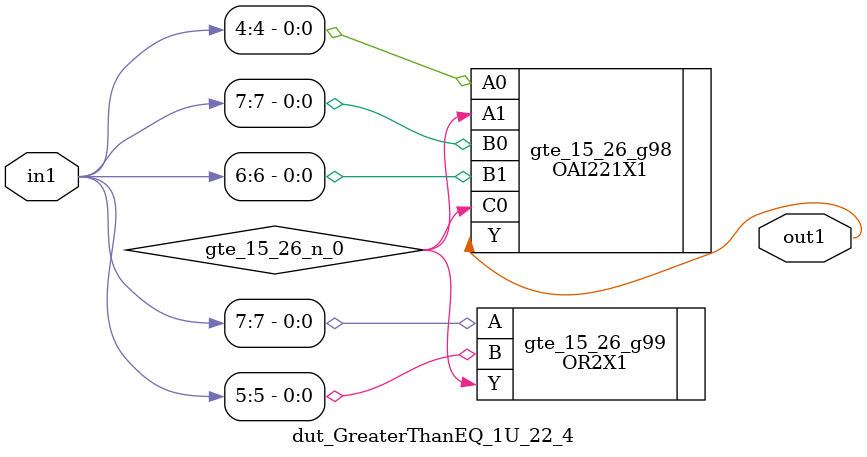
<source format=v>
`timescale 1ps / 1ps


module dut_GreaterThanEQ_1U_22_4(in1, out1);
  input [7:0] in1;
  output out1;
  wire [7:0] in1;
  wire out1;
  wire gte_15_26_n_0;
  OAI221X1 gte_15_26_g98(.A0 (in1[4]), .A1 (gte_15_26_n_0), .B0
       (in1[7]), .B1 (in1[6]), .C0 (gte_15_26_n_0), .Y (out1));
  OR2X1 gte_15_26_g99(.A (in1[7]), .B (in1[5]), .Y (gte_15_26_n_0));
endmodule



</source>
